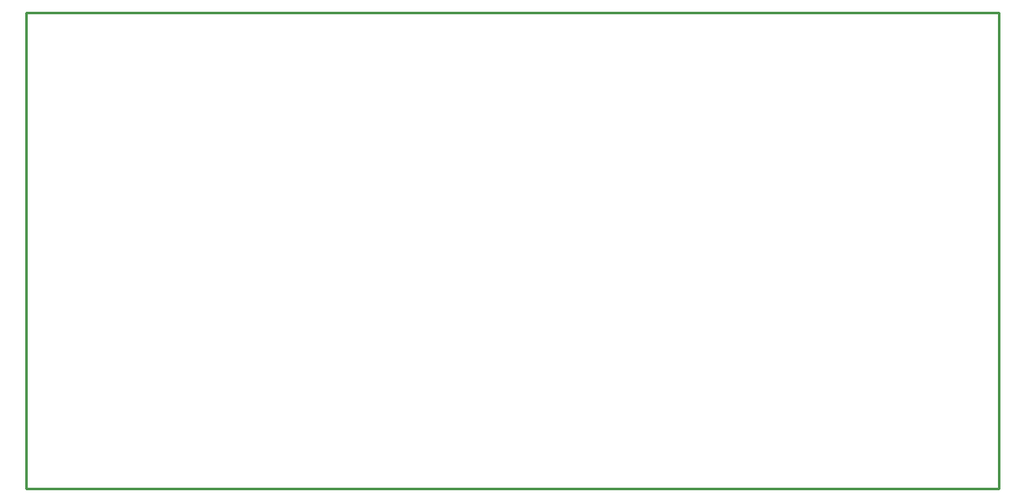
<source format=gko>
G04*
G04 #@! TF.GenerationSoftware,Altium Limited,Altium Designer,21.3.2 (30)*
G04*
G04 Layer_Color=16711935*
%FSLAX25Y25*%
%MOIN*%
G70*
G04*
G04 #@! TF.SameCoordinates,6AE65C0D-1D2A-47B7-BFB0-4F28CD664EAD*
G04*
G04*
G04 #@! TF.FilePolarity,Positive*
G04*
G01*
G75*
%ADD15C,0.01000*%
D15*
X0Y188976D02*
X385827D01*
Y0D02*
Y188976D01*
X0Y0D02*
X385827D01*
X0D02*
Y188976D01*
M02*

</source>
